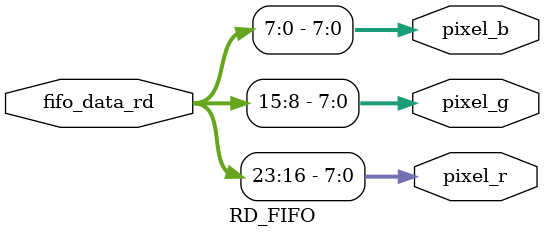
<source format=v>
`timescale 1ns / 1ps
module RD_FIFO(
	fifo_data_rd,
	pixel_r,
	pixel_b,
	pixel_g
    );

  input [23:0] fifo_data_rd;
  output [7:0] pixel_r;
  output [7:0] pixel_g;
  output [7:0] pixel_b;
  
  assign pixel_r = fifo_data_rd[23:16];
  assign pixel_g = fifo_data_rd[15:8];
  assign pixel_b = fifo_data_rd[7:0];

endmodule

</source>
